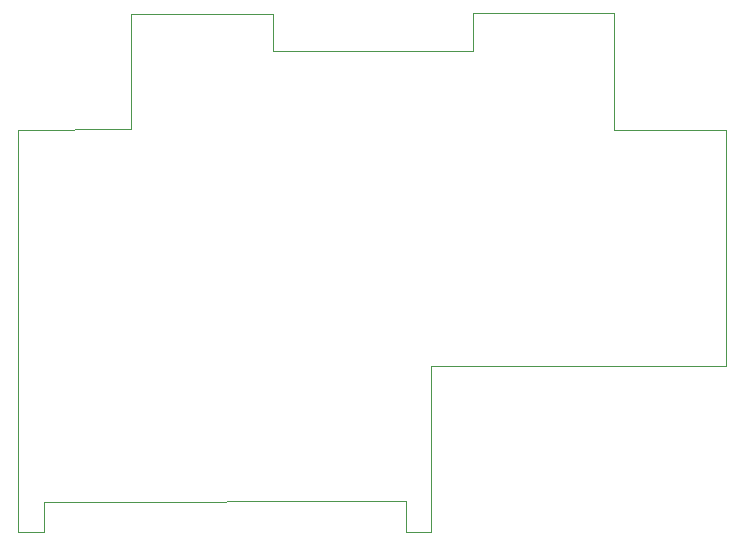
<source format=gbr>
%TF.GenerationSoftware,KiCad,Pcbnew,9.0.6*%
%TF.CreationDate,2025-12-26T20:18:54+00:00*%
%TF.ProjectId,PIDI-BOX-01-IO-6-CTRL74-A1,50494449-2d42-44f5-982d-30312d494f2d,rev?*%
%TF.SameCoordinates,Original*%
%TF.FileFunction,Profile,NP*%
%FSLAX46Y46*%
G04 Gerber Fmt 4.6, Leading zero omitted, Abs format (unit mm)*
G04 Created by KiCad (PCBNEW 9.0.6) date 2025-12-26 20:18:54*
%MOMM*%
%LPD*%
G01*
G04 APERTURE LIST*
%TA.AperFunction,Profile*%
%ADD10C,0.100000*%
%TD*%
G04 APERTURE END LIST*
D10*
X111036500Y-92887800D02*
X111036500Y-83123806D01*
X139992217Y-83058000D02*
X151901132Y-83058000D01*
X101498400Y-92890000D02*
X101500000Y-127000000D01*
X151901132Y-92913200D02*
X151901132Y-83058000D01*
X151901132Y-92913200D02*
X161442400Y-92913200D01*
X134347970Y-124383800D02*
X134347970Y-127000000D01*
X161442400Y-92913200D02*
X161442400Y-112904606D01*
X123024935Y-86266606D02*
X139992135Y-86258400D01*
X103632000Y-124409200D02*
X134347970Y-124383800D01*
X136448800Y-127000000D02*
X136461570Y-112904606D01*
X101500000Y-127000000D02*
X103632000Y-127000000D01*
X139992217Y-83058000D02*
X139992135Y-86258400D01*
X136461570Y-112904606D02*
X161442400Y-112904606D01*
X103632000Y-124409200D02*
X103632000Y-127000000D01*
X134347970Y-127000000D02*
X136448800Y-127000000D01*
X123024935Y-83123806D02*
X111036500Y-83123806D01*
X111036500Y-92887800D02*
X101498400Y-92890000D01*
X123024935Y-83123806D02*
X123024935Y-86266606D01*
M02*

</source>
